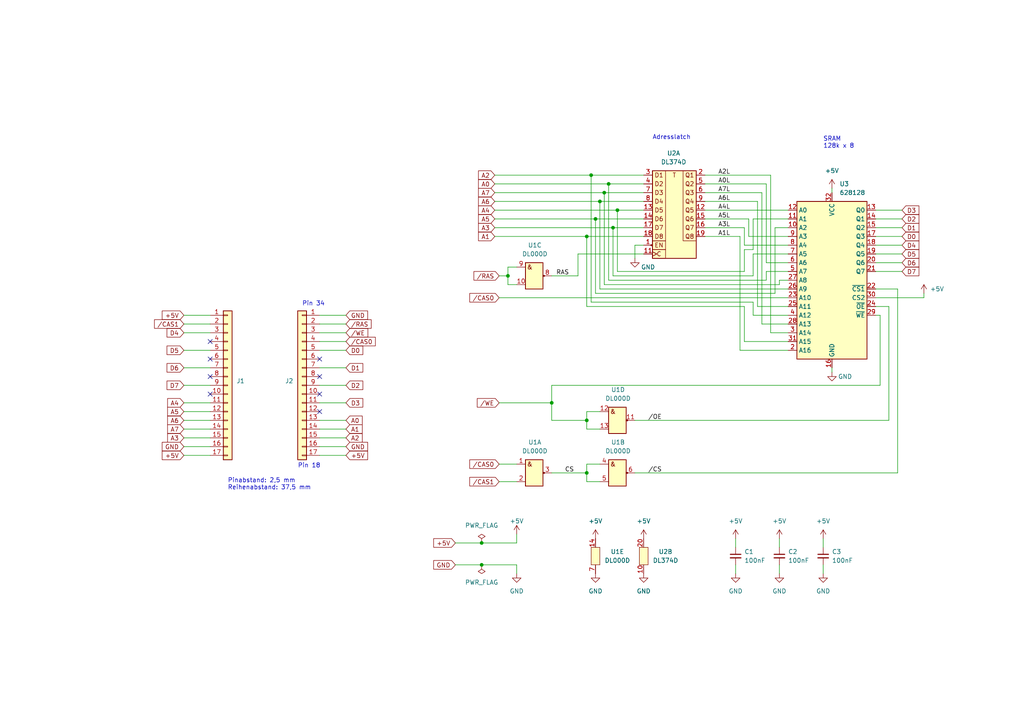
<source format=kicad_sch>
(kicad_sch (version 20230121) (generator eeschema)
  (paper "A4")
  (title_block (title "16M2164 Ersatzplatine, SRAM") (date "5.2.2024") (rev "1") (company "KC-Club") (comment 1 "boert"))
  (lib_symbols
    (symbol "Connector_Generic:Conn_01x17" (pin_names (offset 1.016) hide)
      (property "Reference" "J" (at 0 22.86 0))
      (property "Value" "Conn_01x17" (at 0 -22.86 0))
      (symbol "Conn_01x17_1_1"
        (rectangle (start -1.27 -20.193) (end 0 -20.447) (stroke (width 0.1524)))
        (rectangle (start -1.27 -17.653) (end 0 -17.907) (stroke (width 0.1524)))
        (rectangle (start -1.27 -15.113) (end 0 -15.367) (stroke (width 0.1524)))
        (rectangle (start -1.27 -12.573) (end 0 -12.827) (stroke (width 0.1524)))
        (rectangle (start -1.27 -10.033) (end 0 -10.287) (stroke (width 0.1524)))
        (rectangle (start -1.27 -7.493) (end 0 -7.747) (stroke (width 0.1524)))
        (rectangle (start -1.27 -4.953) (end 0 -5.207) (stroke (width 0.1524)))
        (rectangle (start -1.27 -2.413) (end 0 -2.667) (stroke (width 0.1524)))
        (rectangle (start -1.27 0.127) (end 0 -0.127) (stroke (width 0.1524)))
        (rectangle (start -1.27 2.667) (end 0 2.413) (stroke (width 0.1524)))
        (rectangle (start -1.27 5.207) (end 0 4.953) (stroke (width 0.1524)))
        (rectangle (start -1.27 7.747) (end 0 7.493) (stroke (width 0.1524)))
        (rectangle (start -1.27 10.287) (end 0 10.033) (stroke (width 0.1524)))
        (rectangle (start -1.27 12.827) (end 0 12.573) (stroke (width 0.1524)))
        (rectangle (start -1.27 15.367) (end 0 15.113) (stroke (width 0.1524)))
        (rectangle (start -1.27 17.907) (end 0 17.653) (stroke (width 0.1524)))
        (rectangle (start -1.27 20.447) (end 0 20.193) (stroke (width 0.1524)))
        (rectangle (start -1.27 21.59) (end 1.27 -21.59) (stroke (width 0.254)) (fill (type background)))
        (pin passive line (at -5.08 20.32 0) (length 3.81) (name "Pin_1") (number "1"))
        (pin passive line (at -5.08 -2.54 0) (length 3.81) (name "Pin_10") (number "10"))
        (pin passive line (at -5.08 -5.08 0) (length 3.81) (name "Pin_11") (number "11"))
        (pin passive line (at -5.08 -7.62 0) (length 3.81) (name "Pin_12") (number "12"))
        (pin passive line (at -5.08 -10.16 0) (length 3.81) (name "Pin_13") (number "13"))
        (pin passive line (at -5.08 -12.7 0) (length 3.81) (name "Pin_14") (number "14"))
        (pin passive line (at -5.08 -15.24 0) (length 3.81) (name "Pin_15") (number "15"))
        (pin passive line (at -5.08 -17.78 0) (length 3.81) (name "Pin_16") (number "16"))
        (pin passive line (at -5.08 -20.32 0) (length 3.81) (name "Pin_17") (number "17"))
        (pin passive line (at -5.08 17.78 0) (length 3.81) (name "Pin_2") (number "2"))
        (pin passive line (at -5.08 15.24 0) (length 3.81) (name "Pin_3") (number "3"))
        (pin passive line (at -5.08 12.7 0) (length 3.81) (name "Pin_4") (number "4"))
        (pin passive line (at -5.08 10.16 0) (length 3.81) (name "Pin_5") (number "5"))
        (pin passive line (at -5.08 7.62 0) (length 3.81) (name "Pin_6") (number "6"))
        (pin passive line (at -5.08 5.08 0) (length 3.81) (name "Pin_7") (number "7"))
        (pin passive line (at -5.08 2.54 0) (length 3.81) (name "Pin_8") (number "8"))
        (pin passive line (at -5.08 0 0) (length 3.81) (name "Pin_9") (number "9"))
      )
    )
    (symbol "Device:C_Small" (pin_numbers hide) (pin_names (offset 0.254) hide)
      (property "Reference" "C" (at 0.254 1.778 0))
      (property "Value" "C_Small" (at 0.254 -2.032 0))
      (symbol "C_Small_0_1"
        (polyline (pts (xy -1.524 -0.508) (xy 1.524 -0.508)) (stroke (width 0.3302)))
        (polyline (pts (xy -1.524 0.508) (xy 1.524 0.508)) (stroke (width 0.3048)))
      )
      (symbol "C_Small_1_1"
        (pin passive line (at 0 2.54 270) (length 2.032) (name "~") (number "1"))
        (pin passive line (at 0 -2.54 90) (length 2.032) (name "~") (number "2"))
      )
    )
    (symbol "Memory_RAM:628128_DIP32_SSOP32"
      (property "Reference" "U" (at -10.16 23.495 0))
      (property "Value" "628128_DIP32_SSOP32" (at 2.54 23.495 0))
      (symbol "628128_DIP32_SSOP32_0_0"
        (pin power_in line (at 0 -25.4 90) (length 2.54) (name "GND") (number "16"))
        (pin power_in line (at 0 25.4 270) (length 2.54) (name "VCC") (number "32"))
      )
      (symbol "628128_DIP32_SSOP32_0_1"
        (rectangle (start -10.16 22.86) (end 10.16 -22.86) (stroke (width 0.254)) (fill (type background)))
      )
      (symbol "628128_DIP32_SSOP32_1_1"
        (pin no_connect line (at 10.16 -20.32 180) (length 2.54) hide (name "NC") (number "1"))
        (pin input line (at -12.7 15.24 0) (length 2.54) (name "A2") (number "10"))
        (pin input line (at -12.7 17.78 0) (length 2.54) (name "A1") (number "11"))
        (pin input line (at -12.7 20.32 0) (length 2.54) (name "A0") (number "12"))
        (pin tri_state line (at 12.7 20.32 180) (length 2.54) (name "Q0") (number "13"))
        (pin tri_state line (at 12.7 17.78 180) (length 2.54) (name "Q1") (number "14"))
        (pin tri_state line (at 12.7 15.24 180) (length 2.54) (name "Q2") (number "15"))
        (pin tri_state line (at 12.7 12.7 180) (length 2.54) (name "Q3") (number "17"))
        (pin tri_state line (at 12.7 10.16 180) (length 2.54) (name "Q4") (number "18"))
        (pin tri_state line (at 12.7 7.62 180) (length 2.54) (name "Q5") (number "19"))
        (pin input line (at -12.7 -20.32 0) (length 2.54) (name "A16") (number "2"))
        (pin tri_state line (at 12.7 5.08 180) (length 2.54) (name "Q6") (number "20"))
        (pin tri_state line (at 12.7 2.54 180) (length 2.54) (name "Q7") (number "21"))
        (pin input line (at 12.7 -2.54 180) (length 2.54) (name "~{CS1}") (number "22"))
        (pin input line (at -12.7 -5.08 0) (length 2.54) (name "A10") (number "23"))
        (pin input line (at 12.7 -7.62 180) (length 2.54) (name "~{OE}") (number "24"))
        (pin input line (at -12.7 -7.62 0) (length 2.54) (name "A11") (number "25"))
        (pin input line (at -12.7 -2.54 0) (length 2.54) (name "A9") (number "26"))
        (pin input line (at -12.7 0 0) (length 2.54) (name "A8") (number "27"))
        (pin input line (at -12.7 -12.7 0) (length 2.54) (name "A13") (number "28"))
        (pin input line (at 12.7 -10.16 180) (length 2.54) (name "~{WE}") (number "29"))
        (pin input line (at -12.7 -15.24 0) (length 2.54) (name "A14") (number "3"))
        (pin input line (at 12.7 -5.08 180) (length 2.54) (name "CS2") (number "30"))
        (pin input line (at -12.7 -17.78 0) (length 2.54) (name "A15") (number "31"))
        (pin input line (at -12.7 -10.16 0) (length 2.54) (name "A12") (number "4"))
        (pin input line (at -12.7 2.54 0) (length 2.54) (name "A7") (number "5"))
        (pin input line (at -12.7 5.08 0) (length 2.54) (name "A6") (number "6"))
        (pin input line (at -12.7 7.62 0) (length 2.54) (name "A5") (number "7"))
        (pin input line (at -12.7 10.16 0) (length 2.54) (name "A4") (number "8"))
        (pin input line (at -12.7 12.7 0) (length 2.54) (name "A3") (number "9"))
      )
    )
    (symbol "RFT_Digitalschaltkreise:DL000D" (pin_names (offset 1.016) hide)
      (property "Reference" "U" (at 0 5.08 0))
      (property "Value" "DL000D" (at 0 -5.08 0))
      (symbol "DL000D_1_0"
        (pin output line (at 5.08 0 180) (length 2.54) (name "Y1") (number "3"))
      )
      (symbol "DL000D_1_1"
        (rectangle (start -2.54 3.81) (end 2.54 -3.81) (stroke (width 0.254)) (fill (type background)))
        (circle (center 2.8448 0) (radius 0.2032) (fill (type outline)))
        (text "&" (at -1.27 2.54 0) (effects (font (size 1.27 1.27))))
        (pin input line (at -5.08 2.54 0) (length 2.54) (name "A1") (number "1"))
        (pin input line (at -5.08 -2.54 0) (length 2.54) (name "B1") (number "2"))
      )
      (symbol "DL000D_2_0"
        (pin input line (at -5.08 2.54 0) (length 2.54) (name "A2") (number "4"))
        (pin input line (at -5.08 -2.54 0) (length 2.54) (name "B2") (number "5"))
        (pin output line (at 5.08 0 180) (length 2.54) (name "Y2") (number "6"))
      )
      (symbol "DL000D_2_1"
        (rectangle (start -2.54 3.81) (end 2.54 -3.81) (stroke (width 0.254)) (fill (type background)))
        (circle (center 2.8448 0) (radius 0.2032) (fill (type outline)))
        (text "&" (at -1.27 2.54 0) (effects (font (size 1.27 1.27))))
      )
      (symbol "DL000D_3_0"
        (pin output line (at 5.08 0 180) (length 2.54) (name "Y3") (number "8"))
      )
      (symbol "DL000D_3_1"
        (rectangle (start -2.54 3.81) (end 2.54 -3.81) (stroke (width 0.254)) (fill (type background)))
        (circle (center 2.8448 0) (radius 0.2032) (fill (type outline)))
        (text "&" (at -1.27 2.54 0) (effects (font (size 1.27 1.27))))
        (pin input line (at -5.08 -2.54 0) (length 2.54) (name "B3") (number "10"))
        (pin input line (at -5.08 2.54 0) (length 2.54) (name "A3") (number "9"))
      )
      (symbol "DL000D_4_0"
        (pin output line (at 5.08 0 180) (length 2.54) (name "Y4") (number "11"))
      )
      (symbol "DL000D_4_1"
        (rectangle (start -2.54 3.81) (end 2.54 -3.81) (stroke (width 0.254)) (fill (type background)))
        (circle (center 2.8448 0) (radius 0.2032) (fill (type outline)))
        (text "&" (at -1.27 2.54 0) (effects (font (size 1.27 1.27))))
        (pin input line (at -5.08 2.54 0) (length 2.54) (name "A4") (number "12"))
        (pin input line (at -5.08 -2.54 0) (length 2.54) (name "B4") (number "13"))
      )
      (symbol "DL000D_5_1"
        (rectangle (start -1.27 2.54) (end 1.27 -2.54) (fill (type background)))
        (pin power_in line (at 0 5.08 270) (length 2.54) (name "Vcc") (number "14"))
        (pin power_in line (at 0 -5.08 90) (length 2.54) (name "GND") (number "7"))
      )
    )
    (symbol "RFT_Digitalschaltkreise:DL374D" (pin_names (offset 1.016) hide)
      (property "Reference" "U" (at 0 13.97 0))
      (property "Value" "DL374D" (at 0 -13.97 0))
      (symbol "DL374D_1_1"
        (circle (center -6.6548 -8.89) (radius 0.2032) (fill (type outline)))
        (rectangle (start -6.35 12.7) (end -2.54 -7.62))
        (rectangle (start -6.35 12.7) (end 6.35 -12.7) (stroke (width 0.254)) (fill (type background)))
        (rectangle (start -2.54 -10.16) (end -6.35 -12.7))
        (rectangle (start -2.54 -10.16) (end -6.35 -7.62))
        (rectangle (start 2.54 12.7) (end 6.35 -7.62))
        (text "C" (at -4.445 -11.43 0) (effects (font (size 1.27 1.27))))
        (text "D1" (at -4.445 11.43 0) (effects (font (size 1.27 1.27))))
        (text "D2" (at -4.445 8.89 0) (effects (font (size 1.27 1.27))))
        (text "D3" (at -4.445 6.35 0) (effects (font (size 1.27 1.27))))
        (text "D4" (at -4.445 3.81 0) (effects (font (size 1.27 1.27))))
        (text "D5" (at -4.445 1.27 0) (effects (font (size 1.27 1.27))))
        (text "D6" (at -4.445 -1.27 0) (effects (font (size 1.27 1.27))))
        (text "D7" (at -4.445 -3.81 0) (effects (font (size 1.27 1.27))))
        (text "D8" (at -4.445 -6.35 0) (effects (font (size 1.27 1.27))))
        (text "EN" (at -4.445 -8.89 0) (effects (font (size 1.27 1.27))))
        (text "Q1" (at 4.445 11.43 0) (effects (font (size 1.27 1.27))))
        (text "Q2" (at 4.445 8.89 0) (effects (font (size 1.27 1.27))))
        (text "Q3" (at 4.445 6.35 0) (effects (font (size 1.27 1.27))))
        (text "Q4" (at 4.445 3.81 0) (effects (font (size 1.27 1.27))))
        (text "Q5" (at 4.445 1.27 0) (effects (font (size 1.27 1.27))))
        (text "Q6" (at 4.445 -1.27 0) (effects (font (size 1.27 1.27))))
        (text "Q7" (at 4.445 -3.81 0) (effects (font (size 1.27 1.27))))
        (text "Q8" (at 4.445 -6.35 0) (effects (font (size 1.27 1.27))))
        (text "T" (at 0 11.43 0) (effects (font (size 1.27 1.27))))
        (pin input line (at -8.89 -8.89 0) (length 2.54) (name "EN") (number "1"))
        (pin input clock (at -8.89 -11.43 0) (length 2.54) (name "C") (number "11"))
        (pin tri_state line (at 8.89 1.27 180) (length 2.54) (name "Q5") (number "12"))
        (pin input line (at -8.89 1.27 0) (length 2.54) (name "D5") (number "13"))
        (pin input line (at -8.89 -1.27 0) (length 2.54) (name "D6") (number "14"))
        (pin tri_state line (at 8.89 -1.27 180) (length 2.54) (name "Q6") (number "15"))
        (pin tri_state line (at 8.89 -3.81 180) (length 2.54) (name "Q7") (number "16"))
        (pin input line (at -8.89 -3.81 0) (length 2.54) (name "D7") (number "17"))
        (pin input line (at -8.89 -6.35 0) (length 2.54) (name "D8") (number "18"))
        (pin tri_state line (at 8.89 -6.35 180) (length 2.54) (name "Q8") (number "19"))
        (pin tri_state line (at 8.89 11.43 180) (length 2.54) (name "Q1") (number "2"))
        (pin input line (at -8.89 11.43 0) (length 2.54) (name "D1") (number "3"))
        (pin input line (at -8.89 8.89 0) (length 2.54) (name "D2") (number "4"))
        (pin tri_state line (at 8.89 8.89 180) (length 2.54) (name "Q2") (number "5"))
        (pin tri_state line (at 8.89 6.35 180) (length 2.54) (name "Q3") (number "6"))
        (pin input line (at -8.89 6.35 0) (length 2.54) (name "D3") (number "7"))
        (pin input line (at -8.89 3.81 0) (length 2.54) (name "D4") (number "8"))
        (pin tri_state line (at 8.89 3.81 180) (length 2.54) (name "Q4") (number "9"))
      )
      (symbol "DL374D_2_1"
        (rectangle (start -1.27 2.54) (end 1.27 -2.54) (fill (type background)))
        (pin power_in line (at 0 -5.08 90) (length 2.54) (name "GND") (number "10"))
        (pin power_in line (at 0 5.08 270) (length 2.54) (name "Vcc") (number "20"))
      )
    )
    (symbol "power:+5V" (power) (pin_names (offset 0))
      (property "Value" "+5V" (at 0 3.556 0))
      (symbol "+5V_0_1"
        (polyline (pts (xy -0.762 1.27) (xy 0 2.54)))
        (polyline (pts (xy 0 0) (xy 0 2.54)))
        (polyline (pts (xy 0 2.54) (xy 0.762 1.27)))
      )
      (symbol "+5V_1_1"
        (pin power_in line (at 0 0 90) (length 0) hide (name "+5V") (number "1"))
      )
    )
    (symbol "power:GND" (power) (pin_names (offset 0))
      (property "Value" "GND" (at 0 -3.81 0))
      (symbol "GND_0_1"
        (polyline (pts (xy 0 0) (xy 0 -1.27) (xy 1.27 -1.27) (xy 0 -2.54) (xy -1.27 -1.27) (xy 0 -1.27)))
      )
      (symbol "GND_1_1"
        (pin power_in line (at 0 0 270) (length 0) hide (name "GND") (number "1"))
      )
    )
    (symbol "power:PWR_FLAG" (power) (pin_numbers hide) (pin_names (offset 0) hide)
      (property "Value" "PWR_FLAG" (at 0 3.81 0))
      (symbol "PWR_FLAG_0_0"
        (pin power_out line (at 0 0 90) (length 0) (name "pwr") (number "1"))
      )
      (symbol "PWR_FLAG_0_1"
        (polyline (pts (xy 0 0) (xy 0 1.27) (xy -1.016 1.905) (xy 0 2.54) (xy 1.016 1.905) (xy 0 1.27)))
      )
    )
  )
  (junction (at 173.99 58.42))
  (junction (at 171.45 50.8))
  (junction (at 176.53 53.34))
  (junction (at 170.18 68.58))
  (junction (at 139.7 157.48))
  (junction (at 170.18 121.92))
  (junction (at 160.02 116.84))
  (junction (at 147.32 80.01))
  (junction (at 177.8 66.04))
  (junction (at 179.07 60.96))
  (junction (at 170.18 137.16))
  (junction (at 172.72 63.5))
  (junction (at 139.7 163.83))
  (junction (at 175.26 55.88))
  (no_connect (at 92.71 114.3))
  (no_connect (at 92.71 109.22))
  (no_connect (at 60.96 99.06))
  (no_connect (at 60.96 109.22))
  (no_connect (at 92.71 104.14))
  (no_connect (at 92.71 119.38))
  (no_connect (at 60.96 114.3))
  (no_connect (at 60.96 104.14))
  (wire (pts (xy 255.27 91.44) (xy 254 91.44)))
  (wire (pts (xy 254 60.96) (xy 261.62 60.96)))
  (wire (pts (xy 228.6 81.28) (xy 226.06 81.28)))
  (wire (pts (xy 143.51 58.42) (xy 173.99 58.42)))
  (wire (pts (xy 144.78 116.84) (xy 160.02 116.84)))
  (wire (pts (xy 170.18 134.62) (xy 170.18 137.16)))
  (wire (pts (xy 215.9 72.39) (xy 215.9 78.74)))
  (wire (pts (xy 254 78.74) (xy 261.62 78.74)))
  (wire (pts (xy 218.44 87.63) (xy 218.44 91.44)))
  (wire (pts (xy 238.76 163.83) (xy 238.76 166.37)))
  (wire (pts (xy 179.07 60.96) (xy 186.69 60.96)))
  (wire (pts (xy 254 86.36) (xy 267.97 86.36)))
  (wire (pts (xy 143.51 60.96) (xy 179.07 60.96)))
  (wire (pts (xy 186.69 71.12) (xy 184.15 71.12)))
  (wire (pts (xy 53.34 127) (xy 60.96 127)))
  (wire (pts (xy 214.63 68.58) (xy 214.63 101.6)))
  (wire (pts (xy 176.53 53.34) (xy 186.69 53.34)))
  (wire (pts (xy 149.86 82.55) (xy 147.32 82.55)))
  (wire (pts (xy 171.45 50.8) (xy 171.45 87.63)))
  (wire (pts (xy 254 71.12) (xy 261.62 71.12)))
  (wire (pts (xy 184.15 71.12) (xy 184.15 74.93)))
  (wire (pts (xy 179.07 78.74) (xy 215.9 78.74)))
  (wire (pts (xy 53.34 96.52) (xy 60.96 96.52)))
  (wire (pts (xy 92.71 96.52) (xy 100.33 96.52)))
  (wire (pts (xy 175.26 55.88) (xy 175.26 82.55)))
  (wire (pts (xy 222.25 76.2) (xy 228.6 76.2)))
  (wire (pts (xy 170.18 124.46) (xy 173.99 124.46)))
  (wire (pts (xy 173.99 134.62) (xy 170.18 134.62)))
  (wire (pts (xy 143.51 55.88) (xy 175.26 55.88)))
  (wire (pts (xy 53.34 106.68) (xy 60.96 106.68)))
  (wire (pts (xy 53.34 93.98) (xy 60.96 93.98)))
  (wire (pts (xy 219.71 58.42) (xy 219.71 88.9)))
  (wire (pts (xy 92.71 106.68) (xy 100.33 106.68)))
  (wire (pts (xy 172.72 63.5) (xy 186.69 63.5)))
  (wire (pts (xy 177.8 80.01) (xy 218.44 80.01)))
  (wire (pts (xy 92.71 132.08) (xy 100.33 132.08)))
  (wire (pts (xy 160.02 116.84) (xy 160.02 121.92)))
  (wire (pts (xy 170.18 137.16) (xy 170.18 139.7)))
  (wire (pts (xy 238.76 156.21) (xy 238.76 158.75)))
  (wire (pts (xy 218.44 73.66) (xy 228.6 73.66)))
  (wire (pts (xy 143.51 66.04) (xy 177.8 66.04)))
  (wire (pts (xy 173.99 58.42) (xy 186.69 58.42)))
  (wire (pts (xy 204.47 53.34) (xy 222.25 53.34)))
  (wire (pts (xy 92.71 129.54) (xy 100.33 129.54)))
  (wire (pts (xy 170.18 68.58) (xy 186.69 68.58)))
  (wire (pts (xy 53.34 101.6) (xy 60.96 101.6)))
  (wire (pts (xy 160.02 121.92) (xy 170.18 121.92)))
  (wire (pts (xy 213.36 163.83) (xy 213.36 166.37)))
  (wire (pts (xy 223.52 96.52) (xy 228.6 96.52)))
  (wire (pts (xy 204.47 66.04) (xy 215.9 66.04)))
  (wire (pts (xy 172.72 63.5) (xy 172.72 85.09)))
  (wire (pts (xy 53.34 111.76) (xy 60.96 111.76)))
  (wire (pts (xy 179.07 78.74) (xy 179.07 60.96)))
  (wire (pts (xy 204.47 60.96) (xy 228.6 60.96)))
  (wire (pts (xy 171.45 87.63) (xy 218.44 87.63)))
  (wire (pts (xy 241.3 106.68) (xy 241.3 107.95)))
  (wire (pts (xy 228.6 101.6) (xy 214.63 101.6)))
  (wire (pts (xy 176.53 53.34) (xy 176.53 81.28)))
  (wire (pts (xy 92.71 91.44) (xy 100.33 91.44)))
  (wire (pts (xy 213.36 156.21) (xy 213.36 158.75)))
  (wire (pts (xy 254 68.58) (xy 261.62 68.58)))
  (wire (pts (xy 173.99 58.42) (xy 173.99 83.82)))
  (wire (pts (xy 215.9 99.06) (xy 228.6 99.06)))
  (wire (pts (xy 219.71 88.9) (xy 228.6 88.9)))
  (wire (pts (xy 173.99 83.82) (xy 228.6 83.82)))
  (wire (pts (xy 144.78 139.7) (xy 149.86 139.7)))
  (wire (pts (xy 226.06 156.21) (xy 226.06 158.75)))
  (wire (pts (xy 53.34 116.84) (xy 60.96 116.84)))
  (wire (pts (xy 139.7 157.48) (xy 149.86 157.48)))
  (wire (pts (xy 92.71 121.92) (xy 100.33 121.92)))
  (wire (pts (xy 218.44 63.5) (xy 218.44 72.39)))
  (wire (pts (xy 228.6 63.5) (xy 218.44 63.5)))
  (wire (pts (xy 218.44 73.66) (xy 218.44 80.01)))
  (wire (pts (xy 204.47 68.58) (xy 214.63 68.58)))
  (wire (pts (xy 254 76.2) (xy 261.62 76.2)))
  (wire (pts (xy 254 73.66) (xy 261.62 73.66)))
  (wire (pts (xy 92.71 101.6) (xy 100.33 101.6)))
  (wire (pts (xy 223.52 50.8) (xy 223.52 96.52)))
  (wire (pts (xy 53.34 129.54) (xy 60.96 129.54)))
  (wire (pts (xy 160.02 80.01) (xy 167.64 80.01)))
  (wire (pts (xy 220.98 93.98) (xy 228.6 93.98)))
  (wire (pts (xy 171.45 50.8) (xy 186.69 50.8)))
  (wire (pts (xy 92.71 124.46) (xy 100.33 124.46)))
  (wire (pts (xy 186.69 73.66) (xy 167.64 73.66)))
  (wire (pts (xy 177.8 66.04) (xy 186.69 66.04)))
  (wire (pts (xy 218.44 72.39) (xy 215.9 72.39)))
  (wire (pts (xy 215.9 88.9) (xy 215.9 99.06)))
  (wire (pts (xy 147.32 82.55) (xy 147.32 80.01)))
  (wire (pts (xy 149.86 163.83) (xy 149.86 166.37)))
  (wire (pts (xy 228.6 66.04) (xy 224.79 66.04)))
  (wire (pts (xy 204.47 63.5) (xy 217.17 63.5)))
  (wire (pts (xy 132.08 157.48) (xy 139.7 157.48)))
  (wire (pts (xy 92.71 111.76) (xy 100.33 111.76)))
  (wire (pts (xy 224.79 66.04) (xy 224.79 85.09)))
  (wire (pts (xy 217.17 63.5) (xy 217.17 68.58)))
  (wire (pts (xy 160.02 137.16) (xy 170.18 137.16)))
  (wire (pts (xy 92.71 116.84) (xy 100.33 116.84)))
  (wire (pts (xy 170.18 68.58) (xy 170.18 88.9)))
  (wire (pts (xy 175.26 55.88) (xy 186.69 55.88)))
  (wire (pts (xy 215.9 66.04) (xy 215.9 71.12)))
  (wire (pts (xy 53.34 91.44) (xy 60.96 91.44)))
  (wire (pts (xy 257.81 88.9) (xy 254 88.9)))
  (wire (pts (xy 204.47 50.8) (xy 223.52 50.8)))
  (wire (pts (xy 160.02 111.76) (xy 255.27 111.76)))
  (wire (pts (xy 143.51 50.8) (xy 171.45 50.8)))
  (wire (pts (xy 143.51 63.5) (xy 172.72 63.5)))
  (wire (pts (xy 254 66.04) (xy 261.62 66.04)))
  (wire (pts (xy 170.18 88.9) (xy 215.9 88.9)))
  (wire (pts (xy 170.18 121.92) (xy 170.18 124.46)))
  (wire (pts (xy 92.71 99.06) (xy 100.33 99.06)))
  (wire (pts (xy 139.7 163.83) (xy 149.86 163.83)))
  (wire (pts (xy 53.34 124.46) (xy 60.96 124.46)))
  (wire (pts (xy 260.35 83.82) (xy 254 83.82)))
  (wire (pts (xy 143.51 53.34) (xy 176.53 53.34)))
  (wire (pts (xy 241.3 54.61) (xy 241.3 55.88)))
  (wire (pts (xy 143.51 68.58) (xy 170.18 68.58)))
  (wire (pts (xy 53.34 132.08) (xy 60.96 132.08)))
  (wire (pts (xy 144.78 80.01) (xy 147.32 80.01)))
  (wire (pts (xy 215.9 71.12) (xy 228.6 71.12)))
  (wire (pts (xy 176.53 81.28) (xy 222.25 81.28)))
  (wire (pts (xy 222.25 81.28) (xy 222.25 78.74)))
  (wire (pts (xy 255.27 111.76) (xy 255.27 91.44)))
  (wire (pts (xy 267.97 86.36) (xy 267.97 85.09)))
  (wire (pts (xy 254 63.5) (xy 261.62 63.5)))
  (wire (pts (xy 170.18 139.7) (xy 173.99 139.7)))
  (wire (pts (xy 160.02 111.76) (xy 160.02 116.84)))
  (wire (pts (xy 222.25 53.34) (xy 222.25 76.2)))
  (wire (pts (xy 170.18 119.38) (xy 170.18 121.92)))
  (wire (pts (xy 217.17 68.58) (xy 228.6 68.58)))
  (wire (pts (xy 167.64 73.66) (xy 167.64 80.01)))
  (wire (pts (xy 184.15 137.16) (xy 260.35 137.16)))
  (wire (pts (xy 53.34 121.92) (xy 60.96 121.92)))
  (wire (pts (xy 226.06 82.55) (xy 226.06 81.28)))
  (wire (pts (xy 257.81 121.92) (xy 257.81 88.9)))
  (wire (pts (xy 92.71 93.98) (xy 100.33 93.98)))
  (wire (pts (xy 149.86 157.48) (xy 149.86 154.94)))
  (wire (pts (xy 260.35 83.82) (xy 260.35 137.16)))
  (wire (pts (xy 147.32 77.47) (xy 149.86 77.47)))
  (wire (pts (xy 177.8 66.04) (xy 177.8 80.01)))
  (wire (pts (xy 175.26 82.55) (xy 226.06 82.55)))
  (wire (pts (xy 220.98 55.88) (xy 220.98 93.98)))
  (wire (pts (xy 204.47 55.88) (xy 220.98 55.88)))
  (wire (pts (xy 184.15 121.92) (xy 257.81 121.92)))
  (wire (pts (xy 226.06 163.83) (xy 226.06 166.37)))
  (wire (pts (xy 53.34 119.38) (xy 60.96 119.38)))
  (wire (pts (xy 218.44 91.44) (xy 228.6 91.44)))
  (wire (pts (xy 132.08 163.83) (xy 139.7 163.83)))
  (wire (pts (xy 170.18 119.38) (xy 173.99 119.38)))
  (wire (pts (xy 144.78 134.62) (xy 149.86 134.62)))
  (wire (pts (xy 92.71 127) (xy 100.33 127)))
  (wire (pts (xy 147.32 80.01) (xy 147.32 77.47)))
  (wire (pts (xy 204.47 58.42) (xy 219.71 58.42)))
  (wire (pts (xy 144.78 86.36) (xy 228.6 86.36)))
  (wire (pts (xy 222.25 78.74) (xy 228.6 78.74)))
  (wire (pts (xy 172.72 85.09) (xy 224.79 85.09)))
  (text "Adresslatch" (at 189.23 40.64 0) (effects (font (size 1.27 1.27)) (justify left bottom)))
  (text "Pin 34" (at 87.63 88.9 0) (effects (font (size 1.27 1.27)) (justify left bottom)))
  (text "SRAM\n128k x 8" (at 238.76 43.18 0) (effects (font (size 1.27 1.27)) (justify left bottom)))
  (text "Pin 18" (at 86.36 135.89 0) (effects (font (size 1.27 1.27)) (justify left bottom)))
  (text "Pinabstand: 2,5 mm\nReihenabstand: 37,5 mm" (at 66.04 142.24 0) (effects (font (size 1.27 1.27)) (justify left bottom)))
  (label "A1L" (at 208.28 68.58 0))
  (label "CS" (at 163.83 137.16 0))
  (label "A6L" (at 208.28 58.42 0))
  (label "A3L" (at 208.28 66.04 0))
  (label "A4L" (at 208.28 60.96 0))
  (label "A7L" (at 208.28 55.88 0))
  (label "RAS" (at 161.29 80.01 0))
  (label "A5L" (at 208.28 63.5 0))
  (label "{slash}CS" (at 187.96 137.16 0))
  (label "{slash}OE" (at 187.96 121.92 0))
  (label "A2L" (at 208.28 50.8 0))
  (label "A0L" (at 208.28 53.34 0))
  (global_label "D3" (shape input) (at 261.62 60.96 0) (property "Intersheetrefs" "${INTERSHEET_REFS}" (effects hide)))
  (global_label "{slash}WE" (shape input) (at 144.78 116.84 180) (property "Intersheetrefs" "${INTERSHEET_REFS}" (effects hide)))
  (global_label "D3" (shape input) (at 100.33 116.84 0) (property "Intersheetrefs" "${INTERSHEET_REFS}" (effects hide)))
  (global_label "+5V" (shape input) (at 53.34 91.44 180) (property "Intersheetrefs" "${INTERSHEET_REFS}" (effects hide)))
  (global_label "D5" (shape input) (at 261.62 73.66 0) (property "Intersheetrefs" "${INTERSHEET_REFS}" (effects hide)))
  (global_label "D4" (shape input) (at 53.34 96.52 180) (property "Intersheetrefs" "${INTERSHEET_REFS}" (effects hide)))
  (global_label "{slash}CAS0" (shape input) (at 144.78 134.62 180) (property "Intersheetrefs" "${INTERSHEET_REFS}" (effects hide)))
  (global_label "A2" (shape input) (at 143.51 50.8 180) (property "Intersheetrefs" "${INTERSHEET_REFS}" (effects hide)))
  (global_label "A2" (shape input) (at 100.33 127 0) (property "Intersheetrefs" "${INTERSHEET_REFS}" (effects hide)))
  (global_label "D1" (shape input) (at 261.62 66.04 0) (property "Intersheetrefs" "${INTERSHEET_REFS}" (effects hide)))
  (global_label "GND" (shape input) (at 53.34 129.54 180) (property "Intersheetrefs" "${INTERSHEET_REFS}" (effects hide)))
  (global_label "{slash}RAS" (shape input) (at 100.33 93.98 0) (property "Intersheetrefs" "${INTERSHEET_REFS}" (effects hide)))
  (global_label "A5" (shape input) (at 53.34 119.38 180) (property "Intersheetrefs" "${INTERSHEET_REFS}" (effects hide)))
  (global_label "+5V" (shape input) (at 100.33 132.08 0) (property "Intersheetrefs" "${INTERSHEET_REFS}" (effects hide)))
  (global_label "D4" (shape input) (at 261.62 71.12 0) (property "Intersheetrefs" "${INTERSHEET_REFS}" (effects hide)))
  (global_label "A7" (shape input) (at 53.34 124.46 180) (property "Intersheetrefs" "${INTERSHEET_REFS}" (effects hide)))
  (global_label "GND" (shape input) (at 100.33 129.54 0) (property "Intersheetrefs" "${INTERSHEET_REFS}" (effects hide)))
  (global_label "D7" (shape input) (at 53.34 111.76 180) (property "Intersheetrefs" "${INTERSHEET_REFS}" (effects hide)))
  (global_label "A3" (shape input) (at 143.51 66.04 180) (property "Intersheetrefs" "${INTERSHEET_REFS}" (effects hide)))
  (global_label "{slash}RAS" (shape input) (at 144.78 80.01 180) (property "Intersheetrefs" "${INTERSHEET_REFS}" (effects hide)))
  (global_label "A3" (shape input) (at 53.34 127 180) (property "Intersheetrefs" "${INTERSHEET_REFS}" (effects hide)))
  (global_label "A7" (shape input) (at 143.51 55.88 180) (property "Intersheetrefs" "${INTERSHEET_REFS}" (effects hide)))
  (global_label "D2" (shape input) (at 100.33 111.76 0) (property "Intersheetrefs" "${INTERSHEET_REFS}" (effects hide)))
  (global_label "A1" (shape input) (at 100.33 124.46 0) (property "Intersheetrefs" "${INTERSHEET_REFS}" (effects hide)))
  (global_label "GND" (shape input) (at 100.33 91.44 0) (property "Intersheetrefs" "${INTERSHEET_REFS}" (effects hide)))
  (global_label "A5" (shape input) (at 143.51 63.5 180) (property "Intersheetrefs" "${INTERSHEET_REFS}" (effects hide)))
  (global_label "D2" (shape input) (at 261.62 63.5 0) (property "Intersheetrefs" "${INTERSHEET_REFS}" (effects hide)))
  (global_label "A0" (shape input) (at 100.33 121.92 0) (property "Intersheetrefs" "${INTERSHEET_REFS}" (effects hide)))
  (global_label "+5V" (shape input) (at 132.08 157.48 180) (property "Intersheetrefs" "${INTERSHEET_REFS}" (effects hide)))
  (global_label "{slash}WE" (shape input) (at 100.33 96.52 0) (property "Intersheetrefs" "${INTERSHEET_REFS}" (effects hide)))
  (global_label "D5" (shape input) (at 53.34 101.6 180) (property "Intersheetrefs" "${INTERSHEET_REFS}" (effects hide)))
  (global_label "A0" (shape input) (at 143.51 53.34 180) (property "Intersheetrefs" "${INTERSHEET_REFS}" (effects hide)))
  (global_label "A4" (shape input) (at 53.34 116.84 180) (property "Intersheetrefs" "${INTERSHEET_REFS}" (effects hide)))
  (global_label "A4" (shape input) (at 143.51 60.96 180) (property "Intersheetrefs" "${INTERSHEET_REFS}" (effects hide)))
  (global_label "GND" (shape input) (at 132.08 163.83 180) (property "Intersheetrefs" "${INTERSHEET_REFS}" (effects hide)))
  (global_label "+5V" (shape input) (at 53.34 132.08 180) (property "Intersheetrefs" "${INTERSHEET_REFS}" (effects hide)))
  (global_label "{slash}CAS1" (shape input) (at 53.34 93.98 180) (property "Intersheetrefs" "${INTERSHEET_REFS}" (effects hide)))
  (global_label "A1" (shape input) (at 143.51 68.58 180) (property "Intersheetrefs" "${INTERSHEET_REFS}" (effects hide)))
  (global_label "D6" (shape input) (at 261.62 76.2 0) (property "Intersheetrefs" "${INTERSHEET_REFS}" (effects hide)))
  (global_label "D6" (shape input) (at 53.34 106.68 180) (property "Intersheetrefs" "${INTERSHEET_REFS}" (effects hide)))
  (global_label "D1" (shape input) (at 100.33 106.68 0) (property "Intersheetrefs" "${INTERSHEET_REFS}" (effects hide)))
  (global_label "D0" (shape input) (at 261.62 68.58 0) (property "Intersheetrefs" "${INTERSHEET_REFS}" (effects hide)))
  (global_label "{slash}CAS1" (shape input) (at 144.78 139.7 180) (property "Intersheetrefs" "${INTERSHEET_REFS}" (effects hide)))
  (global_label "A6" (shape input) (at 53.34 121.92 180) (property "Intersheetrefs" "${INTERSHEET_REFS}" (effects hide)))
  (global_label "A6" (shape input) (at 143.51 58.42 180) (property "Intersheetrefs" "${INTERSHEET_REFS}" (effects hide)))
  (global_label "D7" (shape input) (at 261.62 78.74 0) (property "Intersheetrefs" "${INTERSHEET_REFS}" (effects hide)))
  (global_label "{slash}CAS0" (shape input) (at 100.33 99.06 0) (property "Intersheetrefs" "${INTERSHEET_REFS}" (effects hide)))
  (global_label "D0" (shape input) (at 100.33 101.6 0) (property "Intersheetrefs" "${INTERSHEET_REFS}" (effects hide)))
  (global_label "{slash}CAS0" (shape input) (at 144.78 86.36 180) (property "Intersheetrefs" "${INTERSHEET_REFS}" (effects hide)))
  (symbol (lib_id "Connector_Generic:Conn_01x17") (at 66.04 111.76 0) (unit 1)
    (property "Reference" "J1" (at 68.58 110.49 0) (effects (justify left)))
    (property "Value" "Conn_01x17" (effects hide))
    (property "Footprint" "Connector_PinHeader_2.54mm:PinHeader_1x17_P2.54mm_Vertical" (effects hide))
  )
  (symbol (lib_id "Connector_Generic:Conn_01x17") (at 87.63 111.76 0) (mirror y) (unit 1)
    (property "Reference" "J2" (at 85.09 110.49 0) (effects (justify left)))
    (property "Value" "Conn_01x17" (effects hide))
    (property "Footprint" "Connector_PinHeader_2.54mm:PinHeader_1x17_P2.54mm_Vertical" (effects hide))
  )
  (symbol (lib_id "power:+5V") (at 267.97 85.09 0) (unit 1)
    (property "Reference" "#PWR06" (effects hide))
    (property "Value" "+5V" (at 271.78 83.82 0))
  )
  (symbol (lib_id "RFT_Digitalschaltkreise:DL000D") (at 154.94 80.01 0) (unit 3)
    (property "Reference" "U1" (at 155.1305 71.12 0))
    (property "Value" "DL000D" (at 155.1305 73.66 0))
    (property "Footprint" "Package_DIP:DIP-14_W7.62mm_LongPads" (effects hide))
    (property "Datasheet" "https://www-user.tu-chemnitz.de/~heha/basteln/Konsumg%C3%BCter/DDR-Halbleiter/dl000.gif" (effects hide))
  )
  (symbol (lib_id "power:+5V") (at 149.86 154.94 0) (unit 1)
    (property "Reference" "#PWR015" (effects hide))
    (property "Value" "+5V" (at 149.86 151.13 0))
  )
  (symbol (lib_id "Memory_RAM:628128_DIP32_SSOP32") (at 241.3 81.28 0) (unit 1)
    (property "Reference" "U3" (at 243.4941 53.34 0) (effects (justify left)))
    (property "Value" "628128" (at 243.4941 55.88 0) (effects (justify left)))
    (property "Footprint" "Package_DIP:DIP-32_W15.24mm_Socket_LongPads" (effects hide))
    (property "Datasheet" "http://www.futurlec.com/Datasheet/Memory/628128.pdf" (effects hide))
  )
  (symbol (lib_id "power:+5V") (at 241.3 54.61 0) (unit 1)
    (property "Reference" "#PWR05" (effects hide))
    (property "Value" "+5V" (at 241.3 49.53 0))
  )
  (symbol (lib_id "power:PWR_FLAG") (at 139.7 157.48 0) (unit 1)
    (property "Reference" "#FLG01" (effects hide))
    (property "Value" "PWR_FLAG" (at 139.7 152.4 0))
  )
  (symbol (lib_id "power:GND") (at 149.86 166.37 0) (unit 1)
    (property "Reference" "#PWR016" (effects hide))
    (property "Value" "GND" (at 149.86 171.45 0))
  )
  (symbol (lib_id "power:GND") (at 238.76 166.37 0) (unit 1)
    (property "Reference" "#PWR014" (effects hide))
    (property "Value" "GND" (at 238.76 171.45 0))
  )
  (symbol (lib_id "Device:C_Small") (at 226.06 161.29 0) (unit 1)
    (property "Reference" "C2" (at 228.6 160.0263 0) (effects (justify left)))
    (property "Value" "100nF" (at 228.6 162.5663 0) (effects (justify left)))
    (property "Footprint" "Capacitor_SMD:C_1206_3216Metric_Pad1.33x1.80mm_HandSolder" (effects hide))
  )
  (symbol (lib_id "power:GND") (at 213.36 166.37 0) (unit 1)
    (property "Reference" "#PWR09" (effects hide))
    (property "Value" "GND" (at 213.36 171.45 0))
  )
  (symbol (lib_id "RFT_Digitalschaltkreise:DL374D") (at 186.69 161.29 0) (unit 2)
    (property "Reference" "U2" (at 193.04 160.02 0))
    (property "Value" "DL374D" (at 193.04 162.56 0))
    (property "Footprint" "Package_DIP:DIP-20_W7.62mm_LongPads" (effects hide))
    (property "Datasheet" "https://www-user.tu-chemnitz.de/~heha/basteln/Konsumg%C3%BCter/DDR-Halbleiter/g.cgi?174" (effects hide))
  )
  (symbol (lib_id "power:+5V") (at 238.76 156.21 0) (unit 1)
    (property "Reference" "#PWR013" (effects hide))
    (property "Value" "+5V" (at 238.76 151.13 0))
  )
  (symbol (lib_id "Device:C_Small") (at 213.36 161.29 0) (unit 1)
    (property "Reference" "C1" (at 215.9 160.0263 0) (effects (justify left)))
    (property "Value" "100nF" (at 215.9 162.5663 0) (effects (justify left)))
    (property "Footprint" "Capacitor_SMD:C_1206_3216Metric_Pad1.33x1.80mm_HandSolder" (effects hide))
  )
  (symbol (lib_id "power:+5V") (at 172.72 156.21 0) (unit 1)
    (property "Reference" "#PWR08" (effects hide))
    (property "Value" "+5V" (at 172.72 151.13 0))
  )
  (symbol (lib_id "power:+5V") (at 213.36 156.21 0) (unit 1)
    (property "Reference" "#PWR010" (effects hide))
    (property "Value" "+5V" (at 213.36 151.13 0))
  )
  (symbol (lib_id "RFT_Digitalschaltkreise:DL000D") (at 172.72 161.29 0) (unit 5)
    (property "Reference" "U1" (at 179.07 160.02 0))
    (property "Value" "DL000D" (at 179.07 162.56 0))
    (property "Footprint" "Package_DIP:DIP-14_W7.62mm_LongPads" (effects hide))
    (property "Datasheet" "https://www-user.tu-chemnitz.de/~heha/basteln/Konsumg%C3%BCter/DDR-Halbleiter/dl000.gif" (effects hide))
  )
  (symbol (lib_id "RFT_Digitalschaltkreise:DL000D") (at 154.94 137.16 0) (unit 1)
    (property "Reference" "U1" (at 155.1305 128.27 0))
    (property "Value" "DL000D" (at 155.1305 130.81 0))
    (property "Footprint" "Package_DIP:DIP-14_W7.62mm_LongPads" (effects hide))
    (property "Datasheet" "https://www-user.tu-chemnitz.de/~heha/basteln/Konsumg%C3%BCter/DDR-Halbleiter/dl000.gif" (effects hide))
  )
  (symbol (lib_id "RFT_Digitalschaltkreise:DL374D") (at 195.58 62.23 0) (unit 1)
    (property "Reference" "U2" (at 195.3895 44.45 0))
    (property "Value" "DL374D" (at 195.3895 46.99 0))
    (property "Footprint" "Package_DIP:DIP-20_W7.62mm_LongPads" (effects hide))
    (property "Datasheet" "https://www-user.tu-chemnitz.de/~heha/basteln/Konsumg%C3%BCter/DDR-Halbleiter/g.cgi?174" (effects hide))
  )
  (symbol (lib_id "power:GND") (at 241.3 107.95 0) (unit 1)
    (property "Reference" "#PWR02" (effects hide))
    (property "Value" "GND" (at 245.11 109.22 0))
  )
  (symbol (lib_id "power:GND") (at 172.72 166.37 0) (unit 1)
    (property "Reference" "#PWR04" (effects hide))
    (property "Value" "GND" (at 172.72 171.45 0))
  )
  (symbol (lib_id "power:GND") (at 186.69 166.37 0) (unit 1)
    (property "Reference" "#PWR03" (effects hide))
    (property "Value" "GND" (at 186.69 171.45 0))
  )
  (symbol (lib_id "power:+5V") (at 186.69 156.21 0) (unit 1)
    (property "Reference" "#PWR07" (effects hide))
    (property "Value" "+5V" (at 186.69 151.13 0))
  )
  (symbol (lib_id "Device:C_Small") (at 238.76 161.29 0) (unit 1)
    (property "Reference" "C3" (at 241.3 160.0263 0) (effects (justify left)))
    (property "Value" "100nF" (at 241.3 162.5663 0) (effects (justify left)))
    (property "Footprint" "Capacitor_SMD:C_1206_3216Metric_Pad1.33x1.80mm_HandSolder" (effects hide))
  )
  (symbol (lib_id "power:GND") (at 184.15 74.93 0) (unit 1)
    (property "Reference" "#PWR01" (effects hide))
    (property "Value" "GND" (at 187.96 77.47 0))
  )
  (symbol (lib_id "power:+5V") (at 226.06 156.21 0) (unit 1)
    (property "Reference" "#PWR011" (effects hide))
    (property "Value" "+5V" (at 226.06 151.13 0))
  )
  (symbol (lib_id "RFT_Digitalschaltkreise:DL000D") (at 179.07 121.92 0) (unit 4)
    (property "Reference" "U1" (at 179.2605 113.03 0))
    (property "Value" "DL000D" (at 179.2605 115.57 0))
    (property "Footprint" "Package_DIP:DIP-14_W7.62mm_LongPads" (effects hide))
    (property "Datasheet" "https://www-user.tu-chemnitz.de/~heha/basteln/Konsumg%C3%BCter/DDR-Halbleiter/dl000.gif" (effects hide))
  )
  (symbol (lib_id "power:PWR_FLAG") (at 139.7 163.83 180) (unit 1)
    (property "Reference" "#FLG02" (effects hide))
    (property "Value" "PWR_FLAG" (at 139.7 168.91 0))
  )
  (symbol (lib_id "RFT_Digitalschaltkreise:DL000D") (at 179.07 137.16 0) (unit 2)
    (property "Reference" "U1" (at 179.2605 128.27 0))
    (property "Value" "DL000D" (at 179.2605 130.81 0))
    (property "Footprint" "Package_DIP:DIP-14_W7.62mm_LongPads" (effects hide))
    (property "Datasheet" "https://www-user.tu-chemnitz.de/~heha/basteln/Konsumg%C3%BCter/DDR-Halbleiter/dl000.gif" (effects hide))
  )
  (symbol (lib_id "power:GND") (at 226.06 166.37 0) (unit 1)
    (property "Reference" "#PWR012" (effects hide))
    (property "Value" "GND" (at 226.06 171.45 0))
  )
)
</source>
